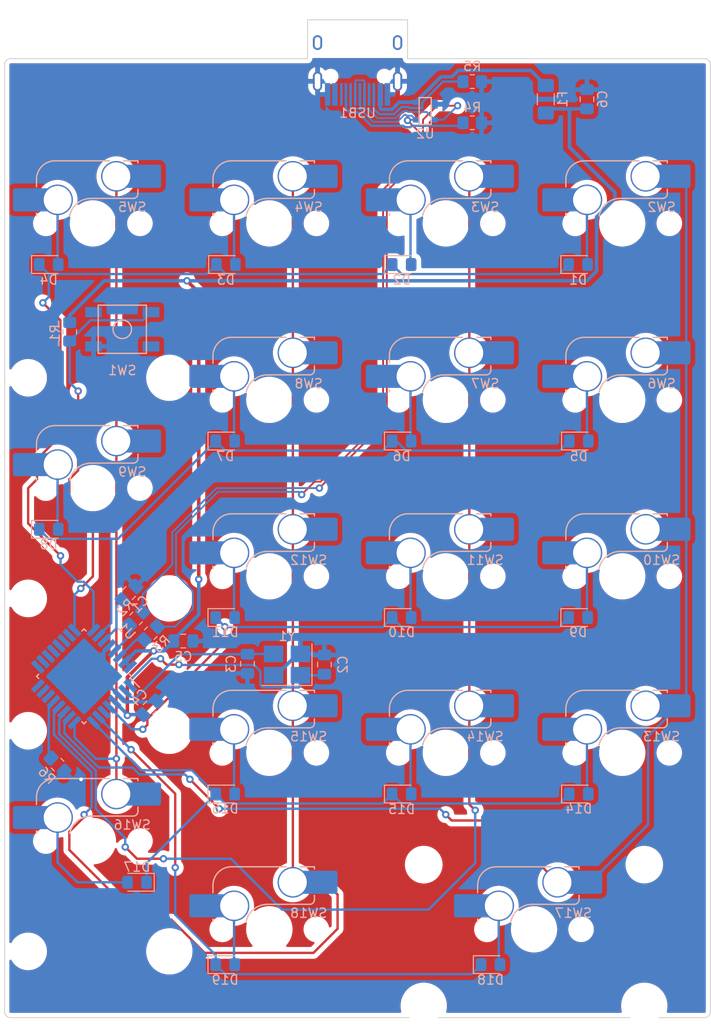
<source format=kicad_pcb>
(kicad_pcb (version 20211014) (generator pcbnew)
  (layers (0 "F.Cu" signal) (31 "B.Cu" signal) (34 "B.Paste" user) (35 "F.Paste" user) (36 "B.SilkS" user "B.Silkscreen") (37 "F.SilkS" user "F.Silkscreen") (38 "B.Mask" user) (39 "F.Mask" user) (44 "Edge.Cuts" user))
  (net 0 "")
  (net 1 "Net-(C1-Pad1)")
  (net 2 "GND")
  (net 3 "XTAL1")
  (net 4 "XTAL2")
  (net 5 "+5V")
  (net 6 "ROW0")
  (net 7 "Net-(D1-Pad2)")
  (net 8 "Net-(D2-Pad2)")
  (net 9 "Net-(D3-Pad2)")
  (net 10 "Net-(D4-Pad2)")
  (net 11 "ROW1")
  (net 12 "Net-(D5-Pad2)")
  (net 13 "Net-(D6-Pad2)")
  (net 14 "Net-(D7-Pad2)")
  (net 15 "Net-(D8-Pad2)")
  (net 16 "ROW2")
  (net 17 "Net-(D9-Pad2)")
  (net 18 "Net-(D10-Pad2)")
  (net 19 "Net-(D11-Pad2)")
  (net 20 "ROW3")
  (net 21 "Net-(D14-Pad2)")
  (net 22 "Net-(D15-Pad2)")
  (net 23 "Net-(D16-Pad2)")
  (net 24 "Net-(D17-Pad2)")
  (net 25 "ROW4")
  (net 26 "Net-(D18-Pad2)")
  (net 27 "Net-(D19-Pad2)")
  (net 28 "VCC")
  (net 29 "COL0")
  (net 30 "COL1")
  (net 31 "COL2")
  (net 32 "COL3")
  (net 33 "Net-(R1-Pad2)")
  (net 34 "D+")
  (net 35 "Net-(R2-Pad2)")
  (net 36 "Net-(R3-Pad1)")
  (net 37 "D-")
  (net 38 "Net-(R4-Pad2)")
  (net 39 "Net-(R5-Pad2)")
  (net 40 "Net-(R6-Pad1)")
  (footprint "marbastlib-mx:SW_MX_HS_1u" (layer "B.Cu") (at 204.152499 64.4525 180)
    (fp_text reference "SW3")
    (fp_text value "MX_SW_HS" hide)
  )
  (footprint "Diode_SMD:D_0805_2012Metric_Pad1.15x1.40mm_HandSolder" (layer "B.Cu") (at 199.39 106.997502)
    (fp_text reference "D10")
    (fp_text value "D_Small")
  )
  (footprint "marbastlib-mx:SW_MX_HS_1u" (layer "B.Cu") (at 166.0525 93.027499 180)
    (fp_text reference "SW9")
    (fp_text value "MX_SW_HS" hide)
  )
  (footprint "random-keyboard-parts:SOT143B" (layer "B.Cu") (at 201.93 52.322499 180)
    (fp_text reference "U2")
    (fp_text value "PRTR5V0U2X")
  )
  (footprint "marbastlib-mx:STAB_MX_2u" (layer "B.Cu") (at 166.0525 131.127498 -90)
    (fp_text reference "S3" hide)
    (fp_text value "MX_stab")
  )
  (footprint "marbastlib-mx:SW_MX_HS_1u" (layer "B.Cu") (at 185.1025 64.4525 180)
    (fp_text reference "SW4")
    (fp_text value "MX_SW_HS" hide)
  )
  (footprint "marbastlib-mx:SW_MX_HS_1u" (layer "B.Cu") (at 213.6775 140.6525 180)
    (fp_text reference "SW17")
    (fp_text value "MX_SW_HS" hide)
  )
  (footprint "Capacitor_SMD:C_0805_2012Metric_Pad1.18x1.45mm_HandSolder" (layer "B.Cu") (at 182.74188 111.992467 90)
    (fp_text reference "C3")
    (fp_text value "14pF")
  )
  (footprint "Type-C:HRO-TYPE-C-31-M-12-HandSoldering" (layer "B.Cu") (at 194.6275 42.34)
    (fp_text reference "USB1")
    (fp_text value "HRO-TYPE-C-31-M-12")
  )
  (footprint "Resistor_SMD:R_0805_2012Metric_Pad1.20x1.40mm_HandSolder" (layer "B.Cu") (at 172.303877 108.683623 45)
    (fp_text reference "R3")
    (fp_text value "22")
  )
  (footprint "Resistor_SMD:R_0805_2012Metric_Pad1.20x1.40mm_HandSolder" (layer "B.Cu") (at 163.554273 76.1525 -90)
    (fp_text reference "R1")
    (fp_text value "10k")
  )
  (footprint "Resistor_SMD:R_0805_2012Metric_Pad1.20x1.40mm_HandSolder" (layer "B.Cu") (at 207.010001 53.592498 180)
    (fp_text reference "R4")
    (fp_text value "5.1k")
  )
  (footprint "Diode_SMD:D_0805_2012Metric_Pad1.15x1.40mm_HandSolder" (layer "B.Cu") (at 180.339999 87.947501)
    (fp_text reference "D7")
    (fp_text value "D_Small")
  )
  (footprint "marbastlib-mx:SW_MX_HS_1u" (layer "B.Cu") (at 204.152499 83.502501 180)
    (fp_text reference "SW7")
    (fp_text value "MX_SW_HS" hide)
  )
  (footprint "Diode_SMD:D_0805_2012Metric_Pad1.15x1.40mm_HandSolder" (layer "B.Cu") (at 208.9875 144.4625)
    (fp_text reference "D18")
    (fp_text value "D_Small")
  )
  (footprint "Diode_SMD:D_0805_2012Metric_Pad1.15x1.40mm_HandSolder" (layer "B.Cu") (at 180.34 144.4625)
    (fp_text reference "D19")
    (fp_text value "D_Small")
  )
  (footprint "Diode_SMD:D_0805_2012Metric_Pad1.15x1.40mm_HandSolder" (layer "B.Cu") (at 218.5125 126.0475)
    (fp_text reference "D14")
    (fp_text value "D_Small")
  )
  (footprint "marbastlib-mx:SW_MX_HS_1u" (layer "B.Cu") (at 223.2025 83.502502 180)
    (fp_text reference "SW6")
    (fp_text value "MX_SW_HS" hide)
  )
  (footprint "Package_QFP:TQFP-32_7x7mm_P0.8mm" (layer "B.Cu") (at 165.1 113.3475 135)
    (fp_text reference "U1")
    (fp_text value "ATmega32U2-A")
  )
  (footprint "Capacitor_SMD:C_0805_2012Metric_Pad1.18x1.45mm_HandSolder" (layer "B.Cu") (at 172.183623 116.741377 45)
    (fp_text reference "C4")
    (fp_text value "0.1uF")
  )
  (footprint "marbastlib-mx:STAB_MX_2u" (layer "B.Cu") (at 213.6775 140.6525 180)
    (fp_text reference "S2" hide)
    (fp_text value "MX_stab")
  )
  (footprint "marbastlib-mx:SW_MX_HS_1u" (layer "B.Cu") (at 223.2025 121.602502 180)
    (fp_text reference "SW13")
    (fp_text value "MX_SW_HS" hide)
  )
  (footprint "marbastlib-mx:SW_MX_HS_1u" (layer "B.Cu") (at 204.1525 121.602502 180)
    (fp_text reference "SW14")
    (fp_text value "MX_SW_HS" hide)
  )
  (footprint "Diode_SMD:D_0805_2012Metric_Pad1.15x1.40mm_HandSolder" (layer "B.Cu") (at 199.39 68.8975)
    (fp_text reference "D2")
    (fp_text value "D_Small")
  )
  (footprint "Resistor_SMD:R_0805_2012Metric_Pad1.20x1.40mm_HandSolder" (layer "B.Cu") (at 170.716377 107.096123 -135)
    (fp_text reference "R2")
    (fp_text value "22")
  )
  (footprint "marbastlib-mx:SW_MX_HS_1u" (layer "B.Cu") (at 204.1525 102.552502 180)
    (fp_text reference "SW11")
    (fp_text value "MX_SW_HS" hide)
  )
  (footprint "Diode_SMD:D_0805_2012Metric_Pad1.15x1.40mm_HandSolder" (layer "B.Cu") (at 180.34 106.997502)
    (fp_text reference "D11")
    (fp_text value "D_Small")
  )
  (footprint "Capacitor_SMD:C_0805_2012Metric_Pad1.18x1.45mm_HandSolder" (layer "B.Cu") (at 169.961123 104.358877 45)
    (fp_text reference "C1")
    (fp_text value "1uF")
  )
  (footprint "marbastlib-mx:SW_MX_HS_1u" (layer "B.Cu") (at 185.1025 140.6525 180)
    (fp_text reference "SW18")
    (fp_text value "MX_SW_HS" hide)
  )
  (footprint "Capacitor_SMD:C_0805_2012Metric_Pad1.18x1.45mm_HandSolder" (layer "B.Cu") (at 191.048617 112.077499 -90)
    (fp_text reference "C2")
    (fp_text value "14pF")
  )
  (footprint "marbastlib-mx:SW_MX_HS_1u" (layer "B.Cu") (at 166.0525 64.4525 180)
    (fp_text reference "SW5")
    (fp_text value "MX_SW_HS" hide)
  )
  (footprint "Diode_SMD:D_0805_2012Metric_Pad1.15x1.40mm_HandSolder" (layer "B.Cu") (at 199.39 87.9475)
    (fp_text reference "D6")
    (fp_text value "D_Small")
  )
  (footprint "Resistor_SMD:R_0805_2012Metric_Pad1.20x1.40mm_HandSolder" (layer "B.Cu") (at 207.010001 49.147499 180)
    (fp_text reference "R5")
    (fp_text value "5.1k")
  )
  (footprint "Resistor_SMD:R_0805_2012Metric_Pad1.20x1.40mm_HandSolder" (layer "B.Cu") (at 162.2425 122.8725 -45)
    (fp_text reference "R6")
    (fp_text value "10k")
  )
  (footprint "Diode_SMD:D_0805_2012Metric_Pad1.15x1.40mm_HandSolder" (layer "B.Cu") (at 170.815 135.5725 180)
    (fp_text reference "D17")
    (fp_text value "D_Small")
  )
  (footprint "Crystal:Crystal_SMD_3225-4Pin_3.2x2.5mm_HandSoldering" (layer "B.Cu") (at 187.0075 112.0775 180)
    (fp_text reference "Y1")
    (fp_text value "Crystal_GND24_Small")
  )
  (footprint "marbastlib-mx:SW_MX_HS_1u" (layer "B.Cu") (at 166.0525 131.127498 180)
    (fp_text reference "SW16")
    (fp_text value "MX_SW_HS" hide)
  )
  (footprint "Diode_SMD:D_0805_2012Metric_Pad1.15x1.40mm_HandSolder" (layer "B.Cu") (at 218.44 68.8975)
    (fp_text reference "D1")
    (fp_text value "D_Small")
  )
  (footprint "Diode_SMD:D_0805_2012Metric_Pad1.15x1.40mm_HandSolder" (layer "B.Cu") (at 180.412499 68.8975)
    (fp_text reference "D3")
    (fp_text value "D_Small")
  )
  (footprint "marbastlib-mx:SW_MX_HS_1u" (layer "B.Cu") (at 185.1025 121.602502 180)
    (fp_text reference "SW15")
    (fp_text value "MX_SW_HS" hide)
  )
  (footprint "marbastlib-mx:SW_MX_HS_1u" (layer "B.Cu") (at 185.1025 83.502502 180)
    (fp_text reference "SW8")
    (fp_text value "MX_SW_HS" hide)
  )
  (footprint "Fuse:Fuse_1206_3216Metric_Pad1.42x1.75mm_HandSolder" (layer "B.Cu") (at 214.9475 51.052498 90)
    (fp_text reference "F1")
    (fp_text value "Polyfuse_Small")
  )
  (footprint "Capacitor_SMD:C_0805_2012Metric_Pad1.18x1.45mm_HandSolder" (layer "B.Cu") (at 219.3925 51.052498 90)
    (fp_text reference "C6")
    (fp_text value "10uF")
  )
  (footprint "marbastlib-mx:STAB_MX_2u" (layer "B.Cu") (at 166.0525 93.027499 -90)
    (fp_text reference "S1" hide)
    (fp_text value "MX_stab")
  )
  (footprint "Diode_SMD:D_0805_2012Metric_Pad1.15x1.40mm_HandSolder" (layer "B.Cu") (at 199.39 126.0475)
    (fp_text reference "D15")
    (fp_text value "D_Small")
  )
  (footprint "Capacitor_SMD:C_0805_2012Metric_Pad1.18x1.45mm_HandSolder" (layer "B.Cu") (at 175.81 109.5375)
    (fp_text reference "C5")
    (fp_text value "0.1uF")
  )
  (footprint "marbastlib-mx:SW_MX_HS_1u" (layer "B.Cu") (at 185.1025 102.552502 180)
    (fp_text reference "SW12")
    (fp_text value "MX_SW_HS" hide)
  )
  (footprint "Diode_SMD:D_0805_2012Metric_Pad1.15x1.40mm_HandSolder" (layer "B.Cu") (at 161.29 68.8975)
    (fp_text reference "D4")
    (fp_text value "D_Small")
  )
  (footprint "Diode_SMD:D_0805_2012Metric_Pad1.15x1.40mm_HandSolder" (layer "B.Cu") (at 218.44 106.997502)
    (fp_text reference "D9")
    (fp_text value "D_Small")
  )
  (footprint "random-keyboard-parts:SKQGADE010" (layer "B.Cu") (at 169.2275 75.8825 180)
    (fp_text reference "SW1")
    (fp_text value "SW_Push")
  )
  (footprint "Diode_SMD:D_0805_2012Metric_Pad1.15x1.40mm_HandSolder" (layer "B.Cu") (at 161.29 97.472502)
    (fp_text reference "D8")
    (fp_text value "D_Small")
  )
  (footprint "Diode_SMD:D_0805_2012Metric_Pad1.15x1.40mm_HandSolder" (layer "B.Cu") (at 218.5125 87.947502)
    (fp_text reference "D5")
    (fp_text value "D_Small")
  )
  (footprint "Diode_SMD:D_0805_2012Metric_Pad1.15x1.40mm_HandSolder" (layer "B.Cu") (at 180.34 126.047502)
    (fp_text reference "D16")
    (fp_text value "D_Small")
  )
  (footprint "marbastlib-mx:SW_MX_HS_1u" (layer "B.Cu") (at 223.2025 102.552502 180)
    (fp_text reference "SW10")
    (fp_text value "MX_SW_HS" hide)
  )
  (footprint "marbastlib-mx:SW_MX_HS_1u" (layer "B.Cu") (at 223.2025 64.452502 180)
    (fp_text reference "SW2")
    (fp_text value "MX_SW_HS" hide)
  )
  (gr_line (start 200.025 46.6725) (end 200.025 42.479999) (layer "Edge.Cuts") (width 0.1))
  (gr_line (start 200.025 42.479999) (end 189.23 42.48) (layer "Edge.Cuts") (width 0.1))
  (gr_arc (start 232.7275 149.5425) (mid 232.541513 149.991513) (end 232.0925 150.1775) (layer "Edge.Cuts") (width 0.1))
  (gr_line (start 156.5275 149.542498) (end 156.5275 47.3075) (layer "Edge.Cuts") (width 0.1))
  (gr_line (start 157.1625 46.6725) (end 189.23 46.6725) (layer "Edge.Cuts") (width 0.1))
  (gr_line (start 232.0925 46.6725) (end 200.025 46.6725) (layer "Edge.Cuts") (width 0.1))
  (gr_arc (start 232.0925 46.6725) (mid 232.541513 46.858487) (end 232.7275 47.3075) (layer "Edge.Cuts") (width 0.1))
  (gr_line (start 232.0925 150.1775) (end 157.1625 150.1775) (layer "Edge.Cuts") (width 0.1))
  (gr_arc (start 156.5275 47.3075) (mid 156.713487 46.858487) (end 157.1625 46.6725) (layer "Edge.Cuts") (width 0.1))
  (gr_arc (start 157.1625 150.1775) (mid 156.713486 149.991512) (end 156.5275 149.542498) (layer "Edge.Cuts") (width 0.1))
  (gr_line (start 189.23 46.6725) (end 189.23 42.48) (layer "Edge.Cuts") (width 0.1))
  (gr_line (start 232.7275 149.5425) (end 232.7275 47.3075) (layer "Edge.Cuts") (width 0.1))
  (segment (start 168.5925 108.157944) (end 167.256676 109.493768) (width 0.254) (layer "B.Cu") (net 1))
  (segment (start 169.2275 105.0925) (end 168.5925 105.7275) (width 0.254) (layer "B.Cu") (net 1))
  (segment (start 168.5925 105.7275) (end 168.5925 108.157944) (width 0.254) (layer "B.Cu") (net 1))
  (via (at 164.7825 124.46) (size 0.8) (drill 0.4) (layers "F.Cu" "B.Cu") (net 2))
  (segment (start 172.83587 116.08913) (end 169.538686 116.08913) (width 0.381) (layer "B.Cu") (net 2))
  (segment (start 185.8575 113.2275) (end 185.5575 113.2275) (width 0.381) (layer "B.Cu") (net 2))
  (segment (start 188.1575 110.9275) (end 185.8575 113.2275) (width 0.381) (layer "B.Cu") (net 2))
  (segment (start 188.4575 110.9275) (end 188.1575 110.9275) (width 0.381) (layer "B.Cu") (net 2))
  (segment (start 169.538686 116.08913) (end 168.953732 115.504176) (width 0.381) (layer "B.Cu") (net 2))
  (segment (start 167.237407 110.644407) (end 167.822361 110.059453) (width 0.381) (layer "B.Cu") (net 2))
  (segment (start 167.237407 113.787851) (end 167.237407 110.644407) (width 0.381) (layer "B.Cu") (net 2))
  (segment (start 163.83 124.46) (end 164.7825 124.46) (width 0.381) (layer "B.Cu") (net 2))
  (segment (start 172.917246 116.007754) (end 172.83587 116.08913) (width 0.381) (layer "B.Cu") (net 2))
  (segment (start 162.949607 123.579607) (end 163.83 124.46) (width 0.381) (layer "B.Cu") (net 2))
  (segment (start 168.953732 115.504176) (end 167.237407 113.787851) (width 0.381) (layer "B.Cu") (net 2))
  (segment (start 175.334927 112.0775) (end 173.99 112.0775) (width 0.254) (layer "F.Cu") (net 3))
  (segment (start 173.99 112.0775) (end 173.355 111.4425) (width 0.254) (layer "F.Cu") (net 3))
  (segment (start 175.33998 112.072447) (end 175.334927 112.0775) (width 0.254) (layer "F.Cu") (net 3))
  (via (at 173.355 111.4425) (size 0.8) (drill 0.4) (layers "F.Cu" "B.Cu") (net 3))
  (via (at 175.33998 112.072447) (size 0.8) (drill 0.4) (layers "F.Cu" "B.Cu") (net 3))
  (segment (start 175.383 112.115467) (end 183.455881 112.115467) (width 0.254) (layer "B.Cu") (net 3))
  (segment (start 188.3075 113.2275) (end 188.4575 113.2275) (width 0.254) (layer "B.Cu") (net 3))
  (segment (start 188.4575 114.3815) (end 188.4575 113.2275) (width 0.254) (layer "B.Cu") (net 3))
  (segment (start 188.4575 113.2275) (end 190.936116 113.2275) (width 0.254) (layer "B.Cu") (net 3))
  (segment (start 188.293498 114.545502) (end 188.4575 114.3815) (width 0.254) (layer "B.Cu") (net 3))
  (segment (start 172.4025 111.4425) (end 170.085103 113.759897) (width 0.254) (layer "B.Cu") (net 3))
  (segment (start 170.085103 113.759897) (end 170.085103 114.372805) (width 0.254) (layer "B.Cu") (net 3))
  (segment (start 175.33998 112.072447) (end 175.383 112.115467) (width 0.254) (layer "B.Cu") (net 3))
  (segment (start 173.355 111.4425) (end 172.4025 111.4425) (width 0.254) (layer "B.Cu") (net 3))
  (segment (start 184.395502 114.545502) (end 188.293498 114.545502) (width 0.254) (layer "B.Cu") (net 3))
  (segment (start 184.15 112.809586) (end 184.15 114.3) (width 0.254) (layer "B.Cu") (net 3))
  (segment (start 183.455881 112.115467) (end 184.15 112.809586) (width 0.254) (layer "B.Cu") (net 3))
  (segment (start 190.936116 113.2275) (end 191.048617 113.114999) (width 0.254) (layer "B.Cu") (net 3))
  (segment (start 184.15 114.3) (end 184.395502 114.545502) (width 0.254) (layer "B.Cu") (net 3))
  (segment (start 170.815 115.57) (end 170.150927 115.57) (width 0.254) (layer "B.Cu") (net 4))
  (segment (start 185.5575 110.9275) (end 182.769347 110.9275) (width 0.254) (layer "B.Cu") (net 4))
  (segment (start 175.430033 110.954967) (end 170.815 115.57) (width 0.254) (layer "B.Cu") (net 4))
  (segment (start 170.150927 115.57) (end 169.519417 114.93849) (width 0.254) (layer "B.Cu") (net 4))
  (segment (start 182.74188 110.954967) (end 175.430033 110.954967) (width 0.254) (layer "B.Cu") (net 4))
  (segment (start 182.769347 110.9275) (end 182.74188 110.954967) (width 0.254) (layer "B.Cu") (net 4))
  (segment (start 176.2125 70.651) (end 177.4825 71.921) (width 0.381) (layer "F.Cu") (net 5))
  (segment (start 177.4825 71.921) (end 177.4825 102.87) (width 0.381) (layer "F.Cu") (net 5))
  (segment (start 169.775871 113.434129) (end 172.613085 110.596915) (width 0.381) (layer "F.Cu") (net 5))
  (segment (start 169.775871 117.561629) (end 169.775871 113.434129) (width 0.381) (layer "F.Cu") (net 5))
  (via (at 169.775871 117.561629) (size 0.8) (drill 0.4) (layers "F.Cu" "B.Cu") (net 5))
  (via (at 172.613085 110.596915) (size 0.8) (drill 0.4) (layers "F.Cu" "B.Cu") (net 5))
  (via (at 176.2125 70.651) (size 0.8) (drill 0.4) (layers "F.Cu" "B.Cu") (net 5))
  (via (at 177.4825 102.87) (size 0.8) (drill 0.4) (layers "F.Cu" "B.Cu") (net 5))
  (segment (start 171.45 117.475) (end 169.8625 117.475) (width 0.381) (layer "B.Cu") (net 5))
  (segment (start 176.2125 70.651) (end 167.278 70.651) (width 0.381) (layer "B.Cu") (net 5))
  (segment (start 174.7725 109.39) (end 176.2125 107.95) (width 0.381) (layer "B.Cu") (net 5))
  (segment (start 215.3975 52.089998) (end 214.9475 52.539998) (width 0.381) (layer "B.Cu") (net 5))
  (segment (start 222.40875 61.11875) (end 217.507498 56.217498) (width 0.381) (layer "B.Cu") (net 5))
  (segment (start 169.8625 117.475) (end 169.775871 117.561629) (width 0.381) (layer "B.Cu") (net 5))
  (segment (start 219.3925 52.089998) (end 217.507498 52.089998) (width 0.381) (layer "B.Cu") (net 5))
  (segment (start 176.2125 107.95) (end 177.4825 106.68) (width 0.381) (layer "B.Cu") (net 5))
  (segment (start 169.775871 117.457685) (end 168.388047 116.069861) (width 0.381) (layer "B.Cu") (net 5))
  (segment (start 172.613085 110.596915) (end 170.708085 110.596915) (width 0.381) (layer "B.Cu") (net 5))
  (segment (start 217.507498 56.217498) (end 217.507498 52.089998) (width 0.381) (layer "B.Cu") (net 5))
  (segment (start 167.278 70.651) (end 163.554273 74.374727) (width 0.381) (layer "B.Cu") (net 5))
  (segment (start 220.4305 69.612804) (end 220.4305 63.760205) (width 0.381) (layer "B.Cu") (net 5))
  (segment (start 170.085103 112.322195) (end 169.519417 111.75651) (width 0.381) (layer "B.Cu") (net 5))
  (segment (start 220.4305 63.760205) (end 222.40875 61.781955) (width 0.381) (layer "B.Cu") (net 5))
  (segment (start 217.507498 52.089998) (end 215.3975 52.089998) (width 0.381) (layer "B.Cu") (net 5))
  (segment (start 174.7725 109.5375) (end 173.713085 110.596915) (width 0.381) (layer "B.Cu") (net 5))
  (segment (start 169.54849 111.75651) (end 169.519417 111.75651) (width 0.381) (layer "B.Cu") (net 5))
  (segment (start 177.4825 106.68) (end 177.4825 102.87) (width 0.381) (layer "B.Cu") (net 5))
  (segment (start 176.2125 70.651) (end 219.392304 70.651) (width 0.381) (layer "B.Cu") (net 5))
  (segment (start 170.708085 110.596915) (end 169.54849 111.75651) (width 0.381) (layer "B.Cu") (net 5))
  (segment (start 169.775871 117.561629) (end 169.775871 117.457685) (width 0.381) (layer "B.Cu") (net 5))
  (segment (start 163.554273 74.374727) (end 163.554273 75.1525) (width 0.381) (layer "B.Cu") (net 5))
  (segment (start 174.7725 109.5375) (end 174.7725 109.39) (width 0.381) (layer "B.Cu") (net 5))
  (segment (start 219.392304 70.651) (end 220.4305 69.612804) (width 0.381) (layer "B.Cu") (net 5))
  (segment (start 173.713085 110.596915) (end 172.613085 110.596915) (width 0.381) (layer "B.Cu") (net 5))
  (segment (start 222.40875 61.781955) (end 222.40875 61.11875) (width 0.381) (layer "B.Cu") (net 5))
  (segment (start 160.02 92.075) (end 159.0675 93.0275) (width 0.254) (layer "F.Cu") (net 6))
  (segment (start 160.655 73.025) (end 162.543341 74.913341) (width 0.254) (layer "F.Cu") (net 6))
  (segment (start 159.0675 96.8375) (end 162.56 100.33) (width 0.254) (layer "F.Cu") (net 6))
  (segment (start 162.543341 87.390757) (end 160.02 89.914098) (width 0.254) (layer "F.Cu") (net 6))
  (segment (start 159.0675 93.0275) (end 159.0675 96.8375) (width 0.254) (layer "F.Cu") (net 6))
  (segment (start 160.02 89.914098) (end 160.02 92.075) (width 0.254) (layer "F.Cu") (net 6))
  (segment (start 162.543341 74.913341) (end 162.543341 87.390757) (width 0.254) (layer "F.Cu") (net 6))
  (via (at 160.655 73.025) (size 0.8) (drill 0.4) (layers "F.Cu" "B.Cu") (net 6))
  (via (at 162.56 100.33) (size 0.8) (drill 0.4) (layers "F.Cu" "B.Cu") (net 6))
  (segment (start 180.414499 69.9245) (end 197.338 69.9245) (width 0.254) (layer "B.Cu") (net 6))
  (segment (start 160.265 68.8975) (end 161.292 69.9245) (width 0.254) (layer "B.Cu") (net 6))
  (segment (start 198.365 68.8975) (end 199.392 69.9245) (width 0.254) (layer "B.Cu") (net 6))
  (segment (start 216.388 69.9245) (end 217.415 68.8975) (width 0.254) (layer "B.Cu") (net 6))
  (segment (start 161.292 72.388) (end 160.655 73.025) (width 0.254) (layer "B.Cu") (net 6))
  (segment (start 166.125305 108.362397) (end 166.125305 104.205047) (width 0.254) (layer "B.Cu") (net 6))
  (segment (start 164.406938 103.129438) (end 162.56 101.2825) (width 0.254) (layer "B.Cu") (net 6))
  (segment (start 166.125305 104.205047) (end 165.049696 103.129438) (width 0.254) (layer "B.Cu") (net 6))
  (segment (start 197.338 69.9245) (end 198.365 68.8975) (width 0.254) (layer "B.Cu") (net 6))
  (segment (start 161.292 69.9245) (end 178.360499 69.9245) (width 0.254) (layer "B.Cu") (net 6))
  (segment (start 178.360499 69.9245) (end 179.387499 68.8975) (width 0.254) (layer "B.Cu") (net 6))
  (segment (start 199.392 69.9245) (end 216.388 69.9245) (width 0.254) (layer "B.Cu") (net 6))
  (segment (start 165.049696 103.129438) (end 164.406938 103.129438) (width 0.254) (layer "B.Cu") (net 6))
  (segment (start 179.387499 68.8975) (end 180.414499 69.9245) (width 0.254) (layer "B.Cu") (net 6))
  (segment (start 161.292 69.9245) (end 161.292 72.388) (width 0.254) (layer "B.Cu") (net 6))
  (segment (start 162.56 101.2825) (end 162.56 100.33) (width 0.254) (layer "B.Cu") (net 6))
  (segment (start 219.465 68.8975) (end 219.3925 68.825) (width 0.254) (layer "B.Cu") (net 7))
  (segment (start 219.3925 68.825) (end 219.3925 61.912502) (width 0.254) (layer "B.Cu") (net 7))
  (segment (start 200.342499 68.824999) (end 200.342499 61.9125) (width 0.254) (layer "B.Cu") (net 8))
  (segment (start 200.415 68.8975) (end 200.342499 68.824999) (width 0.254) (layer "B.Cu") (net 8))
  (segment (start 181.2925 68.752501) (end 181.2925 61.9125) (width 0.254) (layer "B.Cu") (net 9))
  (segment (start 181.437499 68.8975) (end 181.2925 68.752501) (width 0.254) (layer "B.Cu") (net 9))
  (segment (start 162.315 68.8975) (end 162.2425 68.825) (width 0.254) (layer "B.Cu") (net 10))
  (segment (start 162.2425 68.825) (end 162.2425 61.9125) (width 0.254) (layer "B.Cu") (net 10))
  (segment (start 197.337999 88.974501) (end 198.365 87.9475) (width 0.254) (layer "B.Cu") (net 11))
  (segment (start 198.823999 87.9475) (end 199.850999 88.9745) (width 0.254) (layer "B.Cu") (net 11))
  (segment (start 198.365 87.9475) (end 198.823999 87.9475) (width 0.254) (layer "B.Cu") (net 11))
  (segment (start 179.314999 87.947501) (end 180.341999 88.974501) (width 0.254) (layer "B.Cu") (net 11))
  (segment (start 166.69099 108.928083) (end 168.032002 107.587071) (width 0.254) (layer "B.Cu") (net 11))
  (segment (start 179.314999 87.947501) (end 168.762998 98.499502) (width 0.254) (layer "B.Cu") (net 11))
  (segment (start 168.032002 107.587071) (end 168.032002 98.499502) (width 0.254) (layer "B.Cu") (net 11))
  (segment (start 180.341999 88.974501) (end 197.337999 88.974501) (width 0.254) (layer "B.Cu") (net 11))
  (segment (start 168.762998 98.499502) (end 168.032002 98.499502) (width 0.254) (layer "B.Cu") (net 11))
  (segment (start 216.460502 88.9745) (end 217.4875 87.947502) (width 0.254) (layer "B.Cu") (net 11))
  (segment (start 161.292 98.499502) (end 160.265 97.472502) (width 0.254) (layer "B.Cu") (net 11))
  (segment (start 199.850999 88.9745) (end 216.460502 88.9745) (width 0.254) (layer "B.Cu") (net 11))
  (segment (start 168.032002 98.499502) (end 161.292 98.499502) (width 0.254) (layer "B.Cu") (net 11))
  (segment (start 219.5375 87.947502) (end 219.3925 87.802502) (width 0.254) (layer "B.Cu") (net 12))
  (segment (start 219.3925 87.802502) (end 219.3925 80.962502) (width 0.254) (layer "B.Cu") (net 12))
  (segment (start 200.415 87.9475) (end 200.342499 87.874999) (width 0.254) (layer "B.Cu") (net 13))
  (segment (start 200.342499 87.874999) (end 200.342499 80.962501) (width 0.254) (layer "B.Cu") (net 13))
  (segment (start 181.364999 87.947501) (end 181.2925 87.875002) (width 0.254) (layer "B.Cu") (net 14))
  (segment (start 181.2925 87.875002) (end 181.2925 80.962502) (width 0.254) (layer "B.Cu") (net 14))
  (segment (start 162.315 97.472502) (end 162.2425 97.400002) (width 0.254) (layer "B.Cu") (net 15))
  (segment (start 162.2425 97.400002) (end 162.2425 90.487499) (width 0.254) (layer "B.Cu") (net 15))
  (segment (start 180.303749 109.573751) (end 180.303749 107.986251) (width 0.254) (layer "F.Cu") (net 16))
  (segment (start 171.45 119.0625) (end 171.936599 118.575901) (width 0.254) (layer "F.Cu") (net 16))
  (segment (start 171.936599 118.575901) (end 171.936599 117.940901) (width 0.254) (layer "F.Cu") (net 16))
  (segment (start 171.936599 117.940901) (end 180.303749 109.573751) (width 0.254) (layer "F.Cu") (net 16))
  (via (at 180.303749 107.986251) (size 0.8) (drill 0.4) (layers "F.Cu" "B.Cu") (net 16))
  (via (at 171.45 119.0625) (size 0.8) (drill 0.4) (layers "F.Cu" "B.Cu") (net 16))
  (segment (start 170.249314 119.0625) (end 167.822361 116.635547) (width 0.254) (layer "B.Cu") (net 16))
  (segment (start 216.388 108.024502) (end 217.415 106.997502) (width 0.254) (layer "B.Cu") (net 16))
  (segment (start 180.303749 107.986251) (end 180.342 108.024502) (width 0.254) (layer "B.Cu") (net 16))
  (segment (start 199.392 108.024502) (end 216.388 108.024502) (width 0.254) (layer "B.Cu") (net 16))
  (segment (start 180.342 108.024502) (end 197.338 108.024502) (width 0.254) (layer "B.Cu") (net 16))
  (segment (start 171.45 119.0625) (end 170.249314 119.0625) (width 0.254) (layer "B.Cu") (net 16))
  (segment (start 197.338 108.024502) (end 198.365 106.997502) (width 0.254) (layer "B.Cu") (net 16))
  (segment (start 179.315 106.997502) (end 180.303749 107.986251) (width 0.254) (layer "B.Cu") (net 16))
  (segment (start 198.365 106.997502) (end 199.392 108.024502) (width 0.254) (layer "B.Cu") (net 16))
  (segment (start 219.3925 106.925002) (end 219.3925 100.012502) (width 0.254) (layer "B.Cu") (net 17))
  (segment (start 219.465 106.997502) (end 219.3925 106.925002) (width 0.254) (layer "B.Cu") (net 17))
  (segment (start 200.3425 106.925002) (end 200.3425 100.012502) (width 0.254) (layer "B.Cu") (net 18))
  (segment (start 200.415 106.997502) (end 200.3425 106.925002) (width 0.254) (layer "B.Cu") (net 18))
  (segment (start 181.365 106.997502) (end 181.2925 106.925002) (width 0.254) (layer "B.Cu") (net 19))
  (segment (start 181.2925 106.925002) (end 181.2925 100.012502) (width 0.254) (layer "B.Cu") (net 19))
  (segment (start 197.337998 127.074502) (end 198.365 126.0475) (width 0.254) (layer "B.Cu") (net 20))
  (segment (start 180.342 127.074502) (end 197.337998 127.074502) (width 0.254) (layer "B.Cu") (net 20))
  (segment (start 216.4605 127.0745) (end 217.4875 126.0475) (width 0.254) (layer "B.Cu") (net 20))
  (segment (start 179.315 126.047502) (end 176.751083 123.483585) (width 0.254) (layer "B.Cu") (net 20))
  (segment (start 171.276287 123.483585) (end 166.125305 118.332603) (width 0.254) (layer "B.Cu") (net 20))
  (segment (start 198.365 126.0475) (end 199.392 127.0745) (width 0.254) (layer "B.Cu") (net 20))
  (segment (start 176.751083 123.483585) (end 171.276287 123.483585) (width 0.254) (layer "B.Cu") (net 20))
  (segment (start 199.392 127.0745) (end 216.4605 127.0745) (width 0.254) (layer "B.Cu") (net 20))
  (segment (start 171.84 133.522502) (end 179.315 126.047502) (width 0.254) (layer "B.Cu") (net 20))
  (segment (start 179.315 126.047502) (end 180.342 127.074502) (width 0.254) (layer "B.Cu") (net 20))
  (segment (start 171.84 135.5725) (end 171.84 133.522502) (width 0.254) (layer "B.Cu") (net 20))
  (segment (start 219.3925 125.9025) (end 219.3925 119.062502) (width 0.254) (layer "B.Cu") (net 21))
  (segment (start 219.5375 126.0475) (end 219.3925 125.9025) (width 0.254) (layer "B.Cu") (net 21))
  (segment (start 200.3425 125.975) (end 200.3425 119.062502) (width 0.254) (layer "B.Cu") (net 22))
  (segment (start 200.415 126.0475) (end 200.3425 125.975) (width 0.254) (layer "B.Cu") (net 22))
  (segment (start 181.365 126.047502) (end 181.2925 125.975002) (width 0.254) (layer "B.Cu") (net 23))
  (segment (start 181.2925 125.975002) (end 181.2925 119.062502) (width 0.254) (layer "B.Cu") (net 23))
  (segment (start 169.79 135.5725) (end 164.380311 135.5725) (width 0.254) (layer "B.Cu") (net 24))
  (segment (start 164.380311 135.5725) (end 162.2425 133.434689) (width 0.254) (layer "B.Cu") (net 24))
  (segment (start 162.2425 133.434689) (end 162.2425 128.587498) (width 0.254) (layer "B.Cu") (net 24))
  (segment (start 174.9425 126.018427) (end 170.18 121.255927) (width 0.254) (layer "F.Cu") (net 25))
  (segment (start 174.9425 133.985) (end 174.9425 126.018427) (width 0.254) (layer "F.Cu") (net 25))
  (via (at 170.18 121.255927) (size 0.8) (drill 0.4) (layers "F.Cu" "B.Cu") (net 25))
  (via (at 174.9425 133.985) (size 0.8) (drill 0.4) (layers "F.Cu" "B.Cu") (net 25))
  (segment (start 206.9355 145.4895) (end 180.342 145.4895) (width 0.254) (layer "B.Cu") (net 25))
  (segment (start 175.26 139.3825) (end 174.9425 139.065) (width 0.254) (layer "B.Cu") (net 25))
  (segment (start 179.315 144.4625) (end 179.315 143.4375) (width 0.254) (layer "B.Cu") (net 25))
  (segment (start 180.342 145.4895) (end 179.315 144.4625) (width 0.254) (layer "B.Cu") (net 25))
  (segment (start 174.9425 139.065) (end 174.9425 133.985) (width 0.254) (layer "B.Cu") (net 25))
  (segment (start 207.9625 144.4625) (end 206.9355 145.4895) (width 0.254) (layer "B.Cu") (net 25))
  (segment (start 179.315 143.4375) (end 175.26 139.3825) (width 0.254) (layer "B.Cu") (net 25))
  (segment (start 166.69099 117.766917) (end 170.18 121.255927) (width 0.254) (layer "B.Cu") (net 25))
  (segment (start 209.8675 144.3175) (end 209.8675 138.1125) (width 0.254) (layer "B.Cu") (net 26))
  (segment (start 210.0125 144.4625) (end 209.8675 144.3175) (width 0.254) (layer "B.Cu") (net 26))
  (segment (start 181.365 144.4625) (end 181.2925 144.39) (width 0.254) (layer "B.Cu") (net 27))
  (segment (start 181.2925 144.39) (end 181.2925 138.1125) (width 0.254) (layer "B.Cu") (net 27))
  (segment (start 197.162 52.1505) (end 198.357 52.1505) (width 0.381) (layer "B.Cu") (net 28))
  (segment (start 200.93 51.336643) (end 203.636644 48.629999) (width 0.381) (layer "B.Cu") (net 28))
  (segment (start 200.93 51.372499) (end 200.93 51.336643) (width 0.381) (layer "B.Cu") (net 28))
  (segment (start 197.0775 52.066) (end 197.162 52.1505) (width 0.381) (layer "B.Cu") (net 28))
  (segment (start 199.135001 51.372499) (end 200.93 51.372499) (width 0.381) (layer "B.Cu") (net 28))
  (segment (start 213.325002 47.9425) (end 214.9475 49.564998) (width 0.381) (layer "B.Cu") (net 28))
  (segment (start 203.636644 48.629999) (end 204.821697 48.629999) (width 0.381) (layer "B.Cu") (net 28))
  (segment (start 205.509196 47.9425) (end 213.325002 47.9425) (width 0.381) (layer "B.Cu") (net 28))
  (segment (start 198.357 52.1505) (end 199.135001 51.372499) (width 0.381) (layer "B.Cu") (net 28))
  (segment (start 197.0775 50.535) (end 197.0775 52.066) (width 0.381) (layer "B.Cu") (net 28))
  (segment (start 204.821697 48.629999) (end 205.509196 47.9425) (width 0.381) (layer "B.Cu") (net 28))
  (segment (start 204.1525 128.27) (end 204.7875 128.905) (width 0.254) (layer "F.Cu") (net 29))
  (segment (start 209.55 128.905) (end 216.2175 135.5725) (width 0.254) (layer "F.Cu") (net 29))
  (segment (start 179.705 127.635) (end 176.53 124.46) (width 0.254) (layer "F.Cu") (net 29))
  (segment (start 204.7875 128.905) (end 209.55 128.905) (width 0.254) (layer "F.Cu") (net 29))
  (via (at 179.705 127.635) (size 0.8) (drill 0.4) (layers "F.Cu" "B.Cu") (net 29))
  (via (at 176.53 124.46) (size 0.8) (drill 0.4) (layers "F.Cu" "B.Cu") (net 29))
  (via (at 204.1525 128.27) (size 0.8) (drill 0.4) (layers "F.Cu" "B.Cu") (net 29))
  (segment (start 229.2925 116.522502) (end 225.993308 119.821694) (width 0.254) (layer "B.Cu") (net 29))
  (segment (start 229.2925 97.472502) (end 230.114585 98.294587) (width 0.254) (layer "B.Cu") (net 29))
  (segment (start 204.1525 128.27) (end 203.5175 127.635) (width 0.254) (layer "B.Cu") (net 29))
  (segment (start 229.2925 59.372502) (end 230.114585 60.194587) (width 0.254) (layer "B.Cu") (net 29))
  (segment (start 162.987555 118.288372) (end 162.987555 119.497107) (width 0.254) (layer "B.Cu") (net 29))
  (segment (start 203.5175 127.635) (end 179.705 127.635) (width 0.254) (layer "B.Cu") (net 29))
  (segment (start 230.114585 115.700417) (end 229.2925 116.522502) (width 0.254) (layer "B.Cu") (net 29))
  (segment (start 163.50901 117.766917) (end 162.987555 118.288372) (width 0.254) (layer "B.Cu") (net 29))
  (segment (start 170.340649 123.19) (end 171.088234 123.937585) (width 0.254) (layer "B.Cu") (net 29))
  (segment (start 171.088234 123.937585) (end 176.007585 123.937585) (width 0.254) (layer "B.Cu") (net 29))
  (segment (start 230.114585 77.600417) (end 229.2925 78.422502) (width 0.254) (layer "B.Cu") (net 29))
  (segment (start 230.114585 98.294587) (end 230.114585 115.700417) (width 0.254) (layer "B.Cu") (net 29))
  (segment (start 166.680448 123.19) (end 170.340649 123.19) (width 0.254) (layer "B.Cu") (net 29))
  (segment (start 162.987555 119.497107) (end 166.680448 123.19) (width 0.254) (layer "B.Cu") (net 29))
  (segment (start 230.114585 60.194587) (end 230.114585 77.600417) (width 0.254) (layer "B.Cu") (net 29))
  (segment (start 176.007585 123.937585) (end 176.53 124.46) (width 0.254) (layer "B.Cu") (net 29))
  (segment (start 230.114585 79.244587) (end 230.114585 96.650417) (width 0.254) (layer "B.Cu") (net 29))
  (segment (start 225.993308 119.821694) (end 225.993308 129.346692) (width 0.254) (layer "B.Cu") (net 29))
  (segment (start 225.993308 129.346692) (end 219.7675 135.5725) (width 0.254) (layer "B.Cu") (net 29))
  (segment (start 229.2925 78.422502) (end 230.114585 79.244587) (width 0.254) (layer "B.Cu") (net 29))
  (segment (start 230.114585 96.650417) (end 229.2925 97.472502) (width 0.254) (layer "B.Cu") (net 29))
  (segment (start 206.692499 78.422501) (end 206.6925 97.472502) (width 0.254) (layer "F.Cu") (net 30))
  (segment (start 207.3275 127.801) (end 206.6925 127.166) (width 0.254) (layer "F.Cu") (net 30))
  (segment (start 206.6925 127.166) (end 206.6925 116.522502) (width 0.254) (layer "F.Cu") (net 30))
  (segment (start 206.6925 97.472502) (end 206.6925 116.522502) (width 0.254) (layer "F.Cu") (net 30))
  (segment (start 170.815 133.0325) (end 169.545 131.7625) (width 0.254) (layer "F.Cu") (net 30))
  (segment (start 173.6725 133.0325) (end 170.815 133.0325) (width 0.254) (layer "F.Cu") (net 30))
  (segment (start 206.692499 59.3725) (end 206.692499 78.422501) (width 0.254) (layer "F.Cu") (net 30))
  (via (at 207.3275 127.801) (size 0.8) (drill 0.4) (layers "F.Cu" "B.Cu") (net 30))
  (via (at 173.6725 133.0325) (size 0.8) (drill 0.4) (layers "F.Cu" "B.Cu") (net 30))
  (via (at 169.545 131.7625) (size 0.8) (drill 0.4) (layers "F.Cu" "B.Cu") (net 30))
  (segment (start 207.3275 127.801) (end 207.3275 133.488092) (width 0.254) (layer "B.Cu") (net 30))
  (segment (start 169.545 131.7625) (end 169.545 130.81) (width 0.254) (layer "B.Cu") (net 30))
  (segment (start 180.975 133.0325) (end 173.6725 133.0325) (width 0.254) (layer "B.Cu") (net 30))
  (segment (start 186.4645 138.522) (end 180.975 133.0325) (width 0.254) (layer "B.Cu") (net 30))
  (segment (start 166.37 127.635) (end 166.37 123.521604) (width 0.254) (layer "B.Cu") (net 30))
  (segment (start 162.42187 118.002699) (end 162.943324 117.481245) (width 0.254) (layer "B.Cu") (net 30))
  (segment (start 166.37 123.521604) (end 162.42187 119.573474) (width 0.254) (layer "B.Cu") (net 30))
  (segment (start 162.42187 119.573474) (end 162.42187 118.002699) (width 0.254) (layer "B.Cu") (net 30))
  (segment (start 207.3275 133.488092) (end 202.293592 138.522) (width 0.254) (layer "B.Cu") (net 30))
  (segment (start 169.545 130.81) (end 166.37 127.635) (width 0.254) (layer "B.Cu") (net 30))
  (segment (start 202.293592 138.522) (end 186.4645 138.522) (width 0.254) (layer "B.Cu") (net 30))
  (segment (start 162.943324 117.481245) (end 162.943324 117.201232) (width 0.254) (layer "B.Cu") (net 30))
  (segment (start 187.6425 116.522502) (end 187.6425 135.5725) (width 0.254) (layer "F.Cu") (net 31))
  (segment (start 165.1 128.525899) (end 163.5125 130.113399) (width 0.254) (layer "F.Cu") (net 31))
  (segment (start 192.471692 136.909192) (end 191.135 135.5725) (width 0.254) (layer "F.Cu") (net 31))
  (segment (start 171.033914 139.601414) (end 174.526414 139.601414) (width 0.254) (layer "F.Cu") (net 31))
  (segment (start 174.526414 139.601414) (end 178.1175 143.1925) (width 0.254) (layer "F.Cu") (net 31))
  (segment (start 187.6425 59.3725) (end 187.6425 78.422502) (width 0.254) (layer "F.Cu") (net 31))
  (segment (start 187.6425 97.472502) (end 187.6425 116.522502) (width 0.254) (layer "F.Cu") (net 31))
  (segment (start 163.5125 130.113399) (end 163.5125 132.08) (width 0.254) (layer "F.Cu") (net 31))
  (segment (start 178.1175 143.1925) (end 189.865 143.1925) (width 0.254) (layer "F.Cu") (net 31))
  (segment (start 187.6425 78.422502) (end 187.6425 97.472502) (width 0.254) (layer "F.Cu") (net 31))
  (segment (start 189.865 143.1925) (end 192.471692 140.585808) (width 0.254) (layer "F.Cu") (net 31))
  (segment (start 165.1 128.27) (end 165.1 128.525899) (width 0.254) (layer "F.Cu") (net 31))
  (segment (start 163.5125 132.08) (end 171.033914 139.601414) (width 0.254) (layer "F.Cu") (net 31))
  (segment (start 192.471692 140.585808) (end 192.471692 136.909192) (width 0.254) (layer "F.Cu") (net 31))
  (via (at 165.1 128.27) (size 0.8) (drill 0.4) (layers "F.Cu" "B.Cu") (net 31))
  (segment (start 161.856184 119.64984) (end 165.916 123.709656) (width 0.254) (layer "B.Cu") (net 31))
  (segment (start 165.916 123.709656) (end 165.916 127.454) (width 0.254) (layer "B.Cu") (net 31))
  (segment (start 161.856184 117.157002) (end 161.856184 119.64984) (width 0.254) (layer "B.Cu") (net 31))
  (segment (start 165.916 127.454) (end 165.1 128.27) (width 0.254) (layer "B.Cu") (net 31))
  (segment (start 162.377639 116.635547) (end 161.856184 117.157002) (width 0.254) (layer "B.Cu") (net 31))
  (segment (start 168.5925 87.947499) (end 168.5925 122.2375) (width 0.254) (layer "F.Cu") (net 32))
  (segment (start 168.5925 122.2375) (end 168.5925 126.047498) (width 0.254) (layer "F.Cu") (net 32))
  (segment (start 168.5925 59.3725) (end 168.5925 87.947499) (width 0.254) (layer "F.Cu") (net 32))
  (via (at 168.5925 122.2375) (size 0.8) (drill 0.4) (layers "F.Cu" "B.Cu") (net 32))
  (segment (start 164.074695 119.942195) (end 164.074695 118.332603) (width 0.254) (layer "B.Cu") (net 32))
  (segment (start 166.37 122.2375) (end 164.074695 119.942195) (width 0.254) (layer "B.Cu") (net 32))
  (segment (start 168.5925 122.2375) (end 166.37 122.2375) (width 0.254) (layer "B.Cu") (net 32))
  (segment (start 163.5125 92.075) (end 164.465 91.1225) (width 0.254) (layer "F.Cu") (net 33))
  (segment (start 164.748562 103.856438) (end 166.0525 102.5525) (width 0.254) (layer "F.Cu") (net 33))
  (segment (start 166.0525 102.5525) (end 166.0525 97.155) (width 0.254) (layer "F.Cu") (net 33))
  (segment (start 163.5125 94.615) (end 163.5125 92.075) (width 0.254) (layer "F.Cu") (net 33))
  (segment (start 166.0525 97.155) (end 163.5125 94.615) (width 0.254) (layer "F.Cu") (net 33))
  (segment (start 164.465 91.1225) (end 164.465 82.55) (width 0.254) (layer "F.Cu") (net 33))
  (via (at 164.748562 103.856438) (size 0.8) (drill 0.4) (layers "F.Cu" "B.Cu") (net 33))
  (via (at 164.465 82.55) (size 0.8) (drill 0.4) (layers "F.Cu" "B.Cu") (net 33))
  (segment (start 164.074695 108.362397) (end 164.074695 104.530305) (width 0.254) (layer "B.Cu") (net 33))
  (segment (start 171.4505 74.9095) (end 172.3275 74.0325) (width 0.254) (layer "B.Cu") (net 33))
  (segment (start 164.074695 104.530305) (end 164.748562 103.856438) (width 0.254) (layer "B.Cu") (net 33))
  (segment (start 165.797273 74.9095) (end 171.4505 74.9095) (width 0.254) (layer "B.Cu") (net 33))
  (segment (start 163.554273 77.1525) (end 163.554273 81.639273) (width 0.254) (layer "B.Cu") (net 33))
  (segment (start 163.554273 77.1525) (end 165.797273 74.9095) (width 0.254) (layer "B.Cu") (net 33))
  (segment (start 163.554273 81.639273) (end 164.465 82.55) (width 0.254) (layer "B.Cu") (net 33))
  (segment (start 201.695 53.2575) (end 203.2 51.7525) (width 0.2) (layer "F.Cu") (net 34))
  (segment (start 203.2 51.7525) (end 205.4225 51.7525) (width 0.2) (layer "F.Cu") (net 34))
  (segment (start 201.695 57.0675) (end 201.695 53.2575) (width 0.2) (layer "F.Cu") (net 34))
  (segment (start 197.785175 60.977325) (end 201.695 57.0675) (width 0.2) (layer "F.Cu") (net 34))
  (segment (start 190.5 93.0275) (end 197.785175 85.742325) (width 0.2) (layer "F.Cu") (net 34))
  (segment (start 197.785175 85.742325) (end 197.785175 60.977325) (width 0.2) (layer "F.Cu") (net 34))
  (via (at 190.5 93.0275) (size 0.8) (drill 0.4) (layers "F.Cu" "B.Cu") (net 34))
  (via (at 205.4225 51.7525) (size 0.8) (drill 0.4) (layers "F.Cu" "B.Cu") (net 34))
  (segment (start 194.4275 49.01) (end 195.3275 49.01) (width 0.2) (layer "B.Cu") (net 34))
  (segment (start 199.96663 52.316999) (end 200.076131 52.426499) (width 0.2) (layer "B.Cu") (net 34))
  (segment (start 195.9505 52.274726) (end 196.770775 53.095) (width 0.2) (layer "B.Cu") (net 34))
  (segment (start 190.5 93.0275) (end 179.3875 93.0275) (width 0.2) (layer "B.Cu") (net 34))
  (segment (start 179.3875 93.0275) (end 174.625 97.79) (width 0.2) (layer "B.Cu") (net 34))
  (segment (start 194.3775 50.535) (end 194.3775 49.06) (width 0.2) (layer "B.Cu") (net 34))
  (segment (start 196.770775 53.095) (end 198.748226 53.095) (width 0.2) (layer "B.Cu") (net 34))
  (segment (start 195.4375 52.07) (end 195.9505 52.07) (width 0.2) (layer "B.Cu") (net 34))
  (segment (start 195.3275 49.01) (end 195.3775 49.06) (width 0.2) (layer "B.Cu") (net 34))
  (segment (start 171.423484 104.484016) (end 171.423484 106.389016) (width 0.2) (layer "B.Cu") (net 34))
  (segment (start 174.625 97.79) (end 174.625 101.2825) (width 0.2) (layer "B.Cu") (net 34))
  (segment (start 194.3775 49.06) (end 194.4275 49.01) (width 0.2) (layer "B.Cu") (net 34))
  (segment (start 195.3775 50.535) (end 195.3775 52.01) (width 0.2) (layer "B.Cu") (net 34))
  (segment (start 202.084 52.426499) (end 202.93 53.272499) (width 0.2) (layer "B.Cu") (net 34))
  (segment (start 198.748226 53.095) (end 199.526227 52.316999) (width 0.2) (layer "B.Cu") (net 34))
  (segment (start 205.4225 51.7525) (end 203.902501 53.272499) (width 0.2) (layer "B.Cu") (net 34))
  (segment (start 174.625 101.2825) (end 171.423484 104.484016) (width 0.2) (layer "B.Cu") (net 34))
  (segment (start 195.3775 49.06) (end 195.3775 50.535) (width 0.2) (layer "B.Cu") (net 34))
  (segment (start 195.9505 52.07) (end 195.9505 52.274726) (width 0.2) (layer "B.Cu") (net 34))
  (segment (start 200.076131 52.426499) (end 202.084 52.426499) (width 0.2) (layer "B.Cu") (net 34))
  (segment (start 203.902501 53.272499) (end 202.93 53.272499) (width 0.2) (layer "B.Cu") (net 34))
  (segment (start 195.3775 52.01) (end 195.4375 52.07) (width 0.2) (layer "B.Cu") (net 34))
  (segment (start 199.526227 52.316999) (end 199.96663 52.316999) (width 0.2) (layer "B.Cu") (net 34))
  (segment (start 170.00927 109.003916) (end 168.388047 110.625139) (width 0.254) (layer "B.Cu") (net 35))
  (segment (start 170.00927 107.80323) (end 170.00927 109.003916) (width 0.254) (layer "B.Cu") (net 35))
  (segment (start 170.753826 109.39073) (end 168.953732 111.190824) (width 0.254) (layer "B.Cu") (net 36))
  (segment (start 171.59677 109.39073) (end 170.753826 109.39073) (width 0.254) (layer "B.Cu") (net 36))
  (segment (start 201.295 54.61) (end 201.295 56.901814) (width 0.2) (layer "F.Cu") (net 37))
  (segment (start 197.385175 85.576639) (end 190.634314 92.3275) (width 0.2) (layer "F.Cu") (net 37))
  (segment (start 190.634314 92.3275) (end 189.9945 92.3275) (width 0.2) (layer "F.Cu") (net 37))
  (segment (start 201.295 56.901814) (end 197.385175 60.811639) (width 0.2) (layer "F.Cu") (net 37))
  (segment (start 197.385175 60.811639) (end 197.385175 85.576639) (width 0.2) (layer "F.Cu") (net 37))
  (segment (start 189.9945 92.3275) (end 188.595 93.727) (width 0.2) (layer "F.Cu") (net 37))
  (segment (start 200.025 53.34) (end 201.295 54.61) (width 0.2) (layer "F.Cu") (net 37))
  (via (at 188.595 93.727) (size 0.8) (drill 0.4) (layers "F.Cu" "B.Cu") (net 37))
  (via (at 200.025 53.34) (size 0.8) (drill 0.4) (layers "F.Cu" "B.Cu") (net 37))
  (segment (start 199.800946 52.716999) (end 199.910446 52.826499) (width 0.2) (layer "B.Cu") (net 37))
  (segment (start 200.092501 53.272499) (end 200.93 53.272499) (width 0.2) (layer "B.Cu") (net 37))
  (segment (start 175.025 97.955686) (end 175.025 102.3175) (width 0.2) (layer "B.Cu") (net 37))
  (segment (start 179.553186 93.4275) (end 175.025 97.955686) (width 0.2) (layer "B.Cu") (net 37))
  (segment (start 193.9275 52.06) (end 194.9275 52.06) (width 0.2) (layer "B.Cu") (net 37))
  (segment (start 174.925984 107.976516) (end 173.010984 107.976516) (width 0.2) (layer "B.Cu") (net 37))
  (segment (start 194.9275 52.125685) (end 196.296815 53.495) (width 0.2) (layer "B.Cu") (net 37))
  (segment (start 194.9275 52.06) (end 194.9275 52.125685) (width 0.2) (layer "B.Cu") (net 37))
  (segment (start 193.8775 52.01) (end 193.9275 52.06) (width 0.2) (layer "B.Cu") (net 37))
  (segment (start 176.8475 104.14) (end 176.8475 106.055) (width 0.2) (layer "B.Cu") (net 37))
  (segment (start 199.910446 52.826499) (end 200.484 52.826499) (width 0.2) (layer "B.Cu") (net 37))
  (segment (start 200.025 53.34) (end 200.092501 53.272499) (width 0.2) (layer "B.Cu") (net 37))
  (segment (start 176.8475 106.055) (end 174.925984 107.976516) (width 0.2) (layer "B.Cu") (net 37))
  (segment (start 196.296815 53.495) (end 198.9175 53.495) (width 0.2) (layer "B.Cu") (net 37))
  (segment (start 193.8775 50.535) (end 193.8775 52.01) (width 0.2) (layer "B.Cu") (net 37))
  (segment (start 188.595 93.727) (end 188.2955 93.4275) (width 0.2) (layer "B.Cu") (net 37))
  (segment (start 175.025 102.3175) (end 176.8475 104.14) (width 0.2) (layer "B.Cu") (net 37))
  (segment (start 194.9275 50.585) (end 194.8775 50.535) (width 0.2) (layer "B.Cu") (net 37))
  (segment (start 194.9275 52.06) (end 194.9275 50.585) (width 0.2) (layer "B.Cu") (net 37))
  (segment (start 199.695501 52.716999) (end 199.800946 52.716999) (width 0.2) (layer "B.Cu") (net 37))
  (segment (start 198.9175 53.495) (end 199.695501 52.716999) (width 0.2) (layer "B.Cu") (net 37))
  (segment (start 188.2955 93.4275) (end 179.553186 93.4275) (width 0.2) (layer "B.Cu") (net 37))
  (segment (start 200.484 52.826499) (end 200.93 53.272499) (width 0.2) (layer "B.Cu") (net 37))
  (segment (start 193.3775 52.11387) (end 193.75063 52.487) (width 0.254) (layer "B.Cu") (net 38))
  (segment (start 200.326134 54.067) (end 200.471134 53.922) (width 0.254) (layer "B.Cu") (net 38))
  (segment (start 193.3775 50.535) (end 193.3775 52.11387) (width 0.254) (layer "B.Cu") (net 38))
  (segment (start 205.680499 53.922) (end 206.010001 53.592498) (width 0.254) (layer "B.Cu") (net 38))
  (segment (start 193.75063 52.487) (end 194.684946 52.487) (width 0.254) (layer "B.Cu") (net 38))
  (segment (start 199.578866 53.922) (end 199.723866 54.067) (width 0.254) (layer "B.Cu") (net 38))
  (segment (start 194.684946 52.487) (end 196.119946 53.922) (width 0.254) (layer "B.Cu") (net 38))
  (segment (start 199.723866 54.067) (end 200.326134 54.067) (width 0.254) (layer "B.Cu") (net 38))
  (segment (start 196.119946 53.922) (end 199.578866 53.922) (width 0.254) (layer "B.Cu") (net 38))
  (segment (start 200.471134 53.922) (end 205.680499 53.922) (width 0.254) (layer "B.Cu") (net 38))
  (segment (start 203.851 49.147499) (end 206.010001 49.147499) (width 0.254) (layer "B.Cu") (net 39))
  (segment (start 200.253 51.999499) (end 201.607 51.999499) (width 0.254) (layer "B.Cu") (net 39))
  (segment (start 198.571356 52.668) (end 199.349357 51.889999) (width 0.254) (layer "B.Cu") (net 39))
  (segment (start 196.3775 52.097856) (end 196.947644 52.668) (width 0.254) (layer "B.Cu") (net 39))
  (segment (start 201.607 51.999499) (end 201.607 51.391499) (width 0.254) (layer "B.Cu") (net 39))
  (segment (start 196.3775 50.535) (end 196.3775 52.097856) (width 0.254) (layer "B.Cu") (net 39))
  (segment (start 201.607 51.391499) (end 203.851 49.147499) (width 0.254) (layer "B.Cu") (net 39))
  (segment (start 200.1435 51.889999) (end 200.253 51.999499) (width 0.254) (layer "B.Cu") (net 39))
  (segment (start 196.947644 52.668) (end 198.571356 52.668) (width 0.254) (layer "B.Cu") (net 39))
  (segment (start 199.349357 51.889999) (end 200.1435 51.889999) (width 0.254) (layer "B.Cu") (net 39))
  (segment (start 161.29 121.92) (end 161.535393 122.165393) (width 0.254) (layer "B.Cu") (net 40))
  (segment (start 161.29 116.591814) (end 161.29 121.92) (width 0.254) (layer "B.Cu") (net 40))
  (segment (start 161.811953 116.069861) (end 161.29 116.591814) (width 0.254) (layer "B.Cu") (net 40))
  (zone (net 2) (net_name "GND") (layers F&B.Cu) (connect_pads (clearance 0.508)) (min_thickness 0.254) (fill yes (thermal_gap 0.508) (thermal_bridge_width 0.508))
    (polygon (pts (xy 232.7275 150.1125) (xy 156.5275 150.1125) (xy 156.5275 46.6075) (xy 232.7275 46.6075)))
  )
)
</source>
